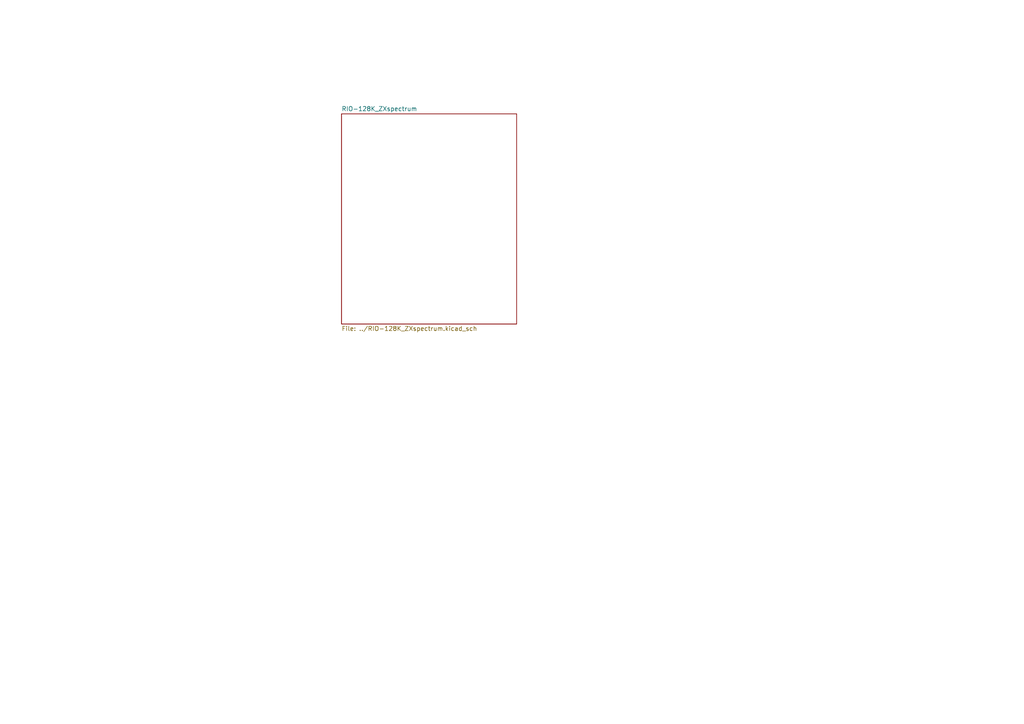
<source format=kicad_sch>
(kicad_sch (version 20230121) (generator eeschema)
  (paper "A4")
  (title_block (title "FujiNet Z80Bus reference design") (date "2023-05-13") (rev "0.1") (company "FujiNet"))
  (lib_symbols)
  (bus_alias "Z80_CONTROL" (members "Z80_CONTROL.RD" "Z80_CONTROL.WR" "Z80_CONTROL.IORQ" "Z80_CONTROL.MEMRQ" "Z80_CONTROL.BUSRQ" "Z80_CONTROL.WAIT" "Z80_CONTROL.ROMCS" "Z80_CONTROL.BUSACK" "Z80_CONTROL.NMI" "Z80_CONTROL.RESET"))
  (sheet (at 99.06 33.02) (size 50.8 60.96) (stroke (width 0.1524))
    (property "Sheetname" "RIO-128K_ZXspectrum" (at 99.06 32.3084 0) (effects (justify left bottom)))
    (property "Sheetfile" "../RIO-128K_ZXspectrum.kicad_sch" (at 99.06 94.5646 0) (effects (justify left top)))
  )
)
</source>
